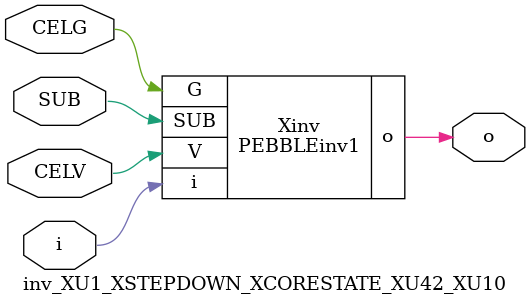
<source format=v>



module PEBBLEinv1 ( o, G, SUB, V, i );

  input V;
  input i;
  input G;
  output o;
  input SUB;
endmodule

//Celera Confidential Do Not Copy inv_XU1_XSTEPDOWN_XCORESTATE_XU42_XU10
//Celera Confidential Symbol Generator
//5V Inverter
module inv_XU1_XSTEPDOWN_XCORESTATE_XU42_XU10 (CELV,CELG,i,o,SUB);
input CELV;
input CELG;
input i;
input SUB;
output o;

//Celera Confidential Do Not Copy inv
PEBBLEinv1 Xinv(
.V (CELV),
.i (i),
.o (o),
.SUB (SUB),
.G (CELG)
);
//,diesize,PEBBLEinv1

//Celera Confidential Do Not Copy Module End
//Celera Schematic Generator
endmodule

</source>
